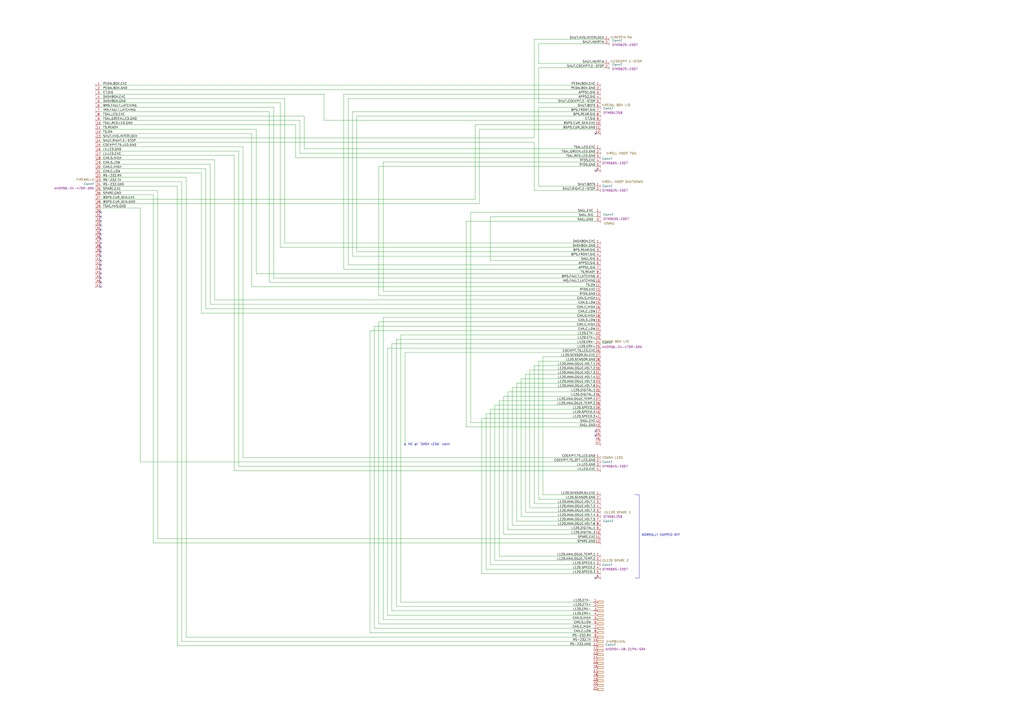
<source format=kicad_sch>
(kicad_sch (version 20231120) (generator "eeschema") (generator_version "8.0")
  (paper "A2")
  (title_block (title "LOOM - FRONT"))
  (lib_symbols
    (symbol "Connectors_SUFST:AMPHENOL-21P-Pannel"
      (property "Reference" "Conn" (at 0 -1.905 0))
      (property "P/N" "AHDP04-18-21PN-SRA" (at 0 0 0))
      (symbol "AMPHENOL-21P-Pannel_0_1"
        (polyline (pts (xy -0.635 -55.245) (xy 1.905 -55.245)))
        (polyline (pts (xy -0.635 -50.165) (xy 1.905 -50.165)))
        (polyline (pts (xy -0.635 -45.085) (xy 1.905 -45.085)))
        (polyline (pts (xy -0.635 -40.005) (xy 1.905 -40.005)))
        (polyline (pts (xy -0.635 -34.925) (xy 1.905 -34.925)))
        (polyline (pts (xy -0.635 -29.845) (xy 1.905 -29.845)))
        (polyline (pts (xy -0.635 -24.765) (xy 1.905 -24.765)))
        (polyline (pts (xy -0.635 -19.685) (xy 1.905 -19.685)))
        (polyline (pts (xy -0.635 -14.605) (xy 1.905 -14.605)))
        (polyline (pts (xy -0.635 -9.525) (xy 1.905 -9.525)))
        (polyline (pts (xy -0.635 -4.445) (xy 1.905 -4.445)))
      )
      (symbol "AMPHENOL-21P-Pannel_1_1"
        (rectangle (start -3.81 -54.61) (end -0.635 -55.88) (fill (type color) (color 255 229 191 1)))
        (rectangle (start -3.81 -52.07) (end -0.635 -53.34) (fill (type color) (color 255 229 191 1)))
        (rectangle (start -3.81 -49.53) (end -0.635 -50.8) (fill (type color) (color 255 229 191 1)))
        (rectangle (start -3.81 -46.99) (end -0.635 -48.26) (fill (type color) (color 255 229 191 1)))
        (rectangle (start -3.81 -44.45) (end -0.635 -45.72) (fill (type color) (color 255 229 191 1)))
        (rectangle (start -3.81 -41.91) (end -0.635 -43.18) (fill (type color) (color 255 229 191 1)))
        (rectangle (start -3.81 -39.37) (end -0.635 -40.64) (fill (type color) (color 255 229 191 1)))
        (rectangle (start -3.81 -36.83) (end -0.635 -38.1) (fill (type color) (color 255 229 191 1)))
        (rectangle (start -3.81 -34.29) (end -0.635 -35.56) (fill (type color) (color 255 229 191 1)))
        (rectangle (start -3.81 -31.75) (end -0.635 -33.02) (fill (type color) (color 255 229 191 1)))
        (rectangle (start -3.81 -29.21) (end -0.635 -30.48) (fill (type color) (color 255 229 191 1)))
        (rectangle (start -3.81 -26.67) (end -0.635 -27.94) (fill (type color) (color 255 229 191 1)))
        (rectangle (start -3.81 -24.13) (end -0.635 -25.4) (fill (type color) (color 255 229 191 1)))
        (rectangle (start -3.81 -21.59) (end -0.635 -22.86) (fill (type color) (color 255 229 191 1)))
        (rectangle (start -3.81 -19.05) (end -0.635 -20.32) (fill (type color) (color 255 229 191 1)))
        (rectangle (start -3.81 -16.51) (end -0.635 -17.78) (fill (type color) (color 255 229 191 1)))
        (rectangle (start -3.81 -13.97) (end -0.635 -15.24) (fill (type color) (color 255 229 191 1)))
        (rectangle (start -3.81 -11.43) (end -0.635 -12.7) (fill (type color) (color 255 229 191 1)))
        (rectangle (start -3.81 -8.89) (end -0.635 -10.16) (fill (type color) (color 255 229 191 1)))
        (rectangle (start -3.81 -6.35) (end -0.635 -7.62) (fill (type color) (color 255 229 191 1)))
        (rectangle (start -3.81 -3.81) (end -0.635 -5.08) (fill (type color) (color 255 229 191 1)))
        (pin input line (at 1.905 -4.445 180) (length 2.54) (name "") (number "1"))
        (pin input line (at 1.905 -27.305 180) (length 2.54) (name "") (number "10"))
        (pin input line (at 1.905 -29.845 180) (length 2.54) (name "") (number "11"))
        (pin input line (at 1.905 -32.385 180) (length 2.54) (name "") (number "12"))
        (pin input line (at 1.905 -34.925 180) (length 2.54) (name "") (number "13"))
        (pin input line (at 1.905 -37.465 180) (length 2.54) (name "") (number "14"))
        (pin input line (at 1.905 -40.005 180) (length 2.54) (name "") (number "15"))
        (pin input line (at 1.905 -42.545 180) (length 2.54) (name "") (number "16"))
        (pin input line (at 1.905 -45.085 180) (length 2.54) (name "") (number "17"))
        (pin input line (at 1.905 -47.625 180) (length 2.54) (name "") (number "18"))
        (pin input line (at 1.905 -50.165 180) (length 2.54) (name "") (number "19"))
        (pin input line (at 1.905 -6.985 180) (length 2.54) (name "") (number "2"))
        (pin input line (at 1.905 -52.705 180) (length 2.54) (name "") (number "20"))
        (pin input line (at 1.905 -55.245 180) (length 2.54) (name "") (number "21"))
        (pin input line (at 1.905 -9.525 180) (length 2.54) (name "") (number "3"))
        (pin input line (at 1.905 -12.065 180) (length 2.54) (name "") (number "4"))
        (pin input line (at 1.905 -14.605 180) (length 2.54) (name "") (number "5"))
        (pin input line (at 1.905 -17.145 180) (length 2.54) (name "") (number "6"))
        (pin input line (at 1.905 -19.685 180) (length 2.54) (name "") (number "7"))
        (pin input line (at 1.905 -22.225 180) (length 2.54) (name "") (number "8"))
        (pin input line (at 1.905 -24.765 180) (length 2.54) (name "") (number "9"))
      )
    )
    (symbol "Connectors_SUFST:AMPHENOL-47P-Recepticle"
      (property "Reference" "Conn" (at 0 0.635 0))
      (property "P/N" "AHDP06-24-47SR-SRA" (at 0 0 0))
      (symbol "AMPHENOL-47P-Recepticle_0_1"
        (arc (start -2.5368 -119.3807) (mid -1.9833 -118.7463) (end -2.5355 -118.1107))
        (arc (start -2.5368 -114.3007) (mid -1.9833 -113.6663) (end -2.5355 -113.0307))
        (arc (start -2.5368 -109.2207) (mid -1.9833 -108.5863) (end -2.5355 -107.9507))
        (arc (start -2.5368 -104.1407) (mid -1.9833 -103.5063) (end -2.5355 -102.8707))
        (arc (start -2.5368 -99.0607) (mid -1.9833 -98.4263) (end -2.5355 -97.7907))
        (arc (start -2.5368 -93.9807) (mid -1.9833 -93.3463) (end -2.5355 -92.7107))
        (arc (start -2.5368 -88.9007) (mid -1.9833 -88.2663) (end -2.5355 -87.6307))
        (arc (start -2.5368 -83.8207) (mid -1.9833 -83.1863) (end -2.5355 -82.5507))
        (arc (start -2.5368 -78.7407) (mid -1.9833 -78.1063) (end -2.5355 -77.4707))
        (arc (start -2.5368 -73.6607) (mid -1.9833 -73.0263) (end -2.5355 -72.3907))
        (arc (start -2.5368 -68.5807) (mid -1.9833 -67.9463) (end -2.5355 -67.3107))
        (arc (start -2.5368 -63.5007) (mid -1.9833 -62.8663) (end -2.5355 -62.2307))
        (arc (start -2.5368 -58.4207) (mid -1.9833 -57.7863) (end -2.5355 -57.1507))
        (arc (start -2.5368 -53.3407) (mid -1.9833 -52.7063) (end -2.5355 -52.0707))
        (arc (start -2.5368 -48.2607) (mid -1.9833 -47.6263) (end -2.5355 -46.9907))
        (arc (start -2.5368 -43.1807) (mid -1.9833 -42.5463) (end -2.5355 -41.9107))
        (arc (start -2.5368 -38.1007) (mid -1.9833 -37.4663) (end -2.5355 -36.8307))
        (arc (start -2.5368 -33.0207) (mid -1.9833 -32.3863) (end -2.5355 -31.7507))
        (arc (start -2.5368 -27.9407) (mid -1.9833 -27.3063) (end -2.5355 -26.6707))
        (arc (start -2.5368 -22.8607) (mid -1.9833 -22.2263) (end -2.5355 -21.5907))
        (arc (start -2.5368 -17.7807) (mid -1.9833 -17.1463) (end -2.5355 -16.5107))
        (arc (start -2.5368 -12.7007) (mid -1.9833 -12.0663) (end -2.5355 -11.4307))
        (arc (start -2.5368 -7.6207) (mid -1.9833 -6.9863) (end -2.5355 -6.3507))
        (arc (start -2.5368 -2.5407) (mid -1.9833 -1.9063) (end -2.5355 -1.2707))
        (arc (start -2.4524 -116.8401) (mid -1.8989 -116.2057) (end -2.4511 -115.5701))
        (arc (start -2.4524 -111.7601) (mid -1.8989 -111.1257) (end -2.4511 -110.4901))
        (arc (start -2.4524 -106.6801) (mid -1.8989 -106.0457) (end -2.4511 -105.4101))
        (arc (start -2.4524 -101.6001) (mid -1.8989 -100.9657) (end -2.4511 -100.3301))
        (arc (start -2.4524 -96.5201) (mid -1.8989 -95.8857) (end -2.4511 -95.2501))
        (arc (start -2.4524 -91.4401) (mid -1.8989 -90.8057) (end -2.4511 -90.1701))
        (arc (start -2.4524 -86.3601) (mid -1.8989 -85.7257) (end -2.4511 -85.0901))
        (arc (start -2.4524 -81.2801) (mid -1.8989 -80.6457) (end -2.4511 -80.0101))
        (arc (start -2.4524 -76.2001) (mid -1.8989 -75.5657) (end -2.4511 -74.9301))
        (arc (start -2.4524 -71.1201) (mid -1.8989 -70.4857) (end -2.4511 -69.8501))
        (arc (start -2.4524 -66.0401) (mid -1.8989 -65.4057) (end -2.4511 -64.7701))
        (arc (start -2.4524 -60.9601) (mid -1.8989 -60.3257) (end -2.4511 -59.6901))
        (arc (start -2.4524 -55.8801) (mid -1.8989 -55.2457) (end -2.4511 -54.6101))
        (arc (start -2.4524 -50.8001) (mid -1.8989 -50.1657) (end -2.4511 -49.5301))
        (arc (start -2.4524 -45.7201) (mid -1.8989 -45.0857) (end -2.4511 -44.4501))
        (arc (start -2.4524 -40.6401) (mid -1.8989 -40.0057) (end -2.4511 -39.3701))
        (arc (start -2.4524 -35.5601) (mid -1.8989 -34.9257) (end -2.4511 -34.2901))
        (arc (start -2.4524 -30.4801) (mid -1.8989 -29.8457) (end -2.4511 -29.2101))
        (arc (start -2.4524 -25.4001) (mid -1.8989 -24.7657) (end -2.4511 -24.1301))
        (arc (start -2.4524 -20.3201) (mid -1.8989 -19.6857) (end -2.4511 -19.0501))
        (arc (start -2.4524 -15.2401) (mid -1.8989 -14.6057) (end -2.4511 -13.9701))
        (arc (start -2.4524 -10.1601) (mid -1.8989 -9.5257) (end -2.4511 -8.8901))
        (arc (start -2.4524 -5.0801) (mid -1.8989 -4.4457) (end -2.4511 -3.8101))
      )
      (symbol "AMPHENOL-47P-Recepticle_1_1"
        (pin input line (at 0.635 -1.905 180) (length 2.54) (name "") (number "1"))
        (pin input line (at 0.635 -24.765 180) (length 2.54) (name "") (number "10"))
        (pin input line (at 0.635 -27.305 180) (length 2.54) (name "") (number "11"))
        (pin input line (at 0.635 -29.845 180) (length 2.54) (name "") (number "12"))
        (pin input line (at 0.635 -32.385 180) (length 2.54) (name "") (number "13"))
        (pin input line (at 0.635 -34.925 180) (length 2.54) (name "") (number "14"))
        (pin input line (at 0.635 -37.465 180) (length 2.54) (name "") (number "15"))
        (pin input line (at 0.635 -40.005 180) (length 2.54) (name "") (number "16"))
        (pin input line (at 0.635 -42.545 180) (length 2.54) (name "") (number "17"))
        (pin input line (at 0.635 -45.085 180) (length 2.54) (name "") (number "18"))
        (pin input line (at 0.635 -47.625 180) (length 2.54) (name "") (number "19"))
        (pin input line (at 0.635 -4.445 180) (length 2.54) (name "") (number "2"))
        (pin input line (at 0.635 -50.165 180) (length 2.54) (name "") (number "20"))
        (pin input line (at 0.635 -52.705 180) (length 2.54) (name "") (number "21"))
        (pin input line (at 0.635 -55.245 180) (length 2.54) (name "") (number "22"))
        (pin input line (at 0.635 -57.785 180) (length 2.54) (name "") (number "23"))
        (pin input line (at 0.635 -60.325 180) (length 2.54) (name "") (number "24"))
        (pin input line (at 0.635 -62.865 180) (length 2.54) (name "") (number "25"))
        (pin input line (at 0.635 -65.405 180) (length 2.54) (name "") (number "26"))
        (pin input line (at 0.635 -67.945 180) (length 2.54) (name "") (number "27"))
        (pin input line (at 0.635 -70.485 180) (length 2.54) (name "") (number "28"))
        (pin input line (at 0.635 -73.025 180) (length 2.54) (name "") (number "29"))
        (pin input line (at 0.635 -6.985 180) (length 2.54) (name "") (number "3"))
        (pin input line (at 0.635 -75.565 180) (length 2.54) (name "") (number "30"))
        (pin input line (at 0.635 -78.105 180) (length 2.54) (name "") (number "31"))
        (pin input line (at 0.635 -80.645 180) (length 2.54) (name "") (number "32"))
        (pin input line (at 0.635 -83.185 180) (length 2.54) (name "") (number "33"))
        (pin input line (at 0.635 -85.725 180) (length 2.54) (name "") (number "34"))
        (pin input line (at 0.635 -88.265 180) (length 2.54) (name "") (number "35"))
        (pin input line (at 0.635 -90.805 180) (length 2.54) (name "") (number "36"))
        (pin input line (at 0.635 -93.345 180) (length 2.54) (name "") (number "37"))
        (pin input line (at 0.635 -95.885 180) (length 2.54) (name "") (number "38"))
        (pin input line (at 0.635 -98.425 180) (length 2.54) (name "") (number "39"))
        (pin input line (at 0.635 -9.525 180) (length 2.54) (name "") (number "4"))
        (pin input line (at 0.635 -100.965 180) (length 2.54) (name "") (number "40"))
        (pin input line (at 0.635 -103.505 180) (length 2.54) (name "") (number "41"))
        (pin input line (at 0.635 -106.045 180) (length 2.54) (name "") (number "42"))
        (pin input line (at 0.635 -108.585 180) (length 2.54) (name "") (number "43"))
        (pin input line (at 0.635 -111.125 180) (length 2.54) (name "") (number "44"))
        (pin input line (at 0.635 -113.665 180) (length 2.54) (name "") (number "45"))
        (pin input line (at 0.635 -116.205 180) (length 2.54) (name "") (number "46"))
        (pin input line (at 0.635 -118.745 180) (length 2.54) (name "") (number "47"))
        (pin input line (at 0.635 -12.065 180) (length 2.54) (name "") (number "5"))
        (pin input line (at 0.635 -14.605 180) (length 2.54) (name "") (number "6"))
        (pin input line (at 0.635 -17.145 180) (length 2.54) (name "") (number "7"))
        (pin input line (at 0.635 -19.685 180) (length 2.54) (name "") (number "8"))
        (pin input line (at 0.635 -22.225 180) (length 2.54) (name "") (number "9"))
      )
    )
    (symbol "Connectors_SUFST:Deutsch_DTM_12S_Pin"
      (property "Reference" "Conn" (at 0 0.635 0))
      (property "P/N" "DTM0612SB" (at 0 0 0))
      (symbol "Deutsch_DTM_12S_Pin_0_1"
        (arc (start -2.5368 -27.9407) (mid -1.9833 -27.3063) (end -2.5355 -26.6707))
        (arc (start -2.5368 -22.8607) (mid -1.9833 -22.2263) (end -2.5355 -21.5907))
        (arc (start -2.5368 -17.7807) (mid -1.9833 -17.1463) (end -2.5355 -16.5107))
        (arc (start -2.5368 -12.7007) (mid -1.9833 -12.0663) (end -2.5355 -11.4307))
        (arc (start -2.5368 -7.6207) (mid -1.9833 -6.9863) (end -2.5355 -6.3507))
        (arc (start -2.5368 -2.5407) (mid -1.9833 -1.9063) (end -2.5355 -1.2707))
        (arc (start -2.4524 -30.4801) (mid -1.8989 -29.8457) (end -2.4511 -29.2101))
        (arc (start -2.4524 -25.4001) (mid -1.8989 -24.7657) (end -2.4511 -24.1301))
        (arc (start -2.4524 -20.3201) (mid -1.8989 -19.6857) (end -2.4511 -19.0501))
        (arc (start -2.4524 -15.2401) (mid -1.8989 -14.6057) (end -2.4511 -13.9701))
        (arc (start -2.4524 -10.1601) (mid -1.8989 -9.5257) (end -2.4511 -8.8901))
        (arc (start -2.4524 -5.0801) (mid -1.8989 -4.4457) (end -2.4511 -3.8101))
      )
      (symbol "Deutsch_DTM_12S_Pin_1_1"
        (pin input line (at 0.635 -29.845 180) (length 2.54) (name "") (number "1"))
        (pin input line (at 0.635 -6.985 180) (length 2.54) (name "") (number "10"))
        (pin input line (at 0.635 -4.445 180) (length 2.54) (name "") (number "11"))
        (pin input line (at 0.635 -1.905 180) (length 2.54) (name "") (number "12"))
        (pin input line (at 0.635 -27.305 180) (length 2.54) (name "") (number "2"))
        (pin input line (at 0.635 -24.765 180) (length 2.54) (name "") (number "3"))
        (pin input line (at 0.635 -22.225 180) (length 2.54) (name "") (number "4"))
        (pin input line (at 0.635 -19.685 180) (length 2.54) (name "") (number "5"))
        (pin input line (at 0.635 -17.145 180) (length 2.54) (name "") (number "6"))
        (pin input line (at 0.635 -14.605 180) (length 2.54) (name "") (number "7"))
        (pin input line (at 0.635 -12.065 180) (length 2.54) (name "") (number "8"))
        (pin input line (at 0.635 -9.525 180) (length 2.54) (name "") (number "9"))
      )
    )
    (symbol "Connectors_SUFST:Deutsch_DTM_2S_Pin"
      (property "Reference" "Conn" (at 0 0.635 0))
      (property "P/N" "DTM062S-E007" (at 0 0 0))
      (symbol "Deutsch_DTM_2S_Pin_0_1"
        (arc (start -2.5368 -2.5407) (mid -1.9833 -1.9063) (end -2.5355 -1.2707))
        (arc (start -2.4524 -5.0801) (mid -1.8989 -4.4457) (end -2.4511 -3.8101))
      )
      (symbol "Deutsch_DTM_2S_Pin_1_1"
        (pin input line (at 0.635 -4.445 180) (length 2.54) (name "") (number "1"))
        (pin input line (at 0.635 -1.905 180) (length 2.54) (name "") (number "2"))
      )
    )
    (symbol "Connectors_SUFST:Deutsch_DTM_3S_Pin"
      (property "Reference" "Conn" (at 0 0.635 0))
      (property "P/N" "DTM063S-E007" (at 0 0 0))
      (symbol "Deutsch_DTM_3S_Pin_0_1"
        (arc (start -2.5368 -2.5407) (mid -1.9833 -1.9063) (end -2.5355 -1.2707))
        (arc (start -2.4524 -7.6201) (mid -1.8989 -6.9857) (end -2.4511 -6.3501))
        (arc (start -2.4524 -5.0801) (mid -1.8989 -4.4457) (end -2.4511 -3.8101))
      )
      (symbol "Deutsch_DTM_3S_Pin_1_1"
        (pin input line (at 0.635 -6.985 180) (length 2.54) (name "") (number "1"))
        (pin input line (at 0.635 -4.445 180) (length 2.54) (name "") (number "2"))
        (pin input line (at 0.635 -1.905 180) (length 2.54) (name "") (number "3"))
      )
    )
    (symbol "Connectors_SUFST:Deutsch_DTM_4S_Pin"
      (property "Reference" "Conn" (at 0 0.635 0))
      (property "P/N" "DTM064S-E007" (at 0 0 0))
      (symbol "Deutsch_DTM_4S_Pin_0_1"
        (arc (start -2.5368 -7.6207) (mid -1.9833 -6.9863) (end -2.5355 -6.3507))
        (arc (start -2.5368 -2.5407) (mid -1.9833 -1.9063) (end -2.5355 -1.2707))
        (arc (start -2.4524 -10.1601) (mid -1.8989 -9.5257) (end -2.4511 -8.8901))
        (arc (start -2.4524 -5.0801) (mid -1.8989 -4.4457) (end -2.4511 -3.8101))
      )
      (symbol "Deutsch_DTM_4S_Pin_1_1"
        (pin input line (at 0.635 -9.525 180) (length 2.54) (name "") (number "1"))
        (pin input line (at 0.635 -6.985 180) (length 2.54) (name "") (number "2"))
        (pin input line (at 0.635 -4.445 180) (length 2.54) (name "") (number "3"))
        (pin input line (at 0.635 -1.905 180) (length 2.54) (name "") (number "4"))
      )
    )
    (symbol "Connectors_SUFST:Deutsch_DTM_6S_Pin"
      (property "Reference" "Conn" (at 0 0.635 0))
      (property "P/N" "DTM066S-E007" (at 0 0 0))
      (symbol "Deutsch_DTM_6S_Pin_0_1"
        (arc (start -2.5368 -12.7007) (mid -1.9833 -12.0663) (end -2.5355 -11.4307))
        (arc (start -2.5368 -7.6207) (mid -1.9833 -6.9863) (end -2.5355 -6.3507))
        (arc (start -2.5368 -2.5407) (mid -1.9833 -1.9063) (end -2.5355 -1.2707))
        (arc (start -2.4524 -15.2401) (mid -1.8989 -14.6057) (end -2.4511 -13.9701))
        (arc (start -2.4524 -10.1601) (mid -1.8989 -9.5257) (end -2.4511 -8.8901))
        (arc (start -2.4524 -5.0801) (mid -1.8989 -4.4457) (end -2.4511 -3.8101))
      )
      (symbol "Deutsch_DTM_6S_Pin_1_1"
        (pin input line (at 0.635 -14.605 180) (length 2.54) (name "") (number "1"))
        (pin input line (at 0.635 -12.065 180) (length 2.54) (name "") (number "2"))
        (pin input line (at 0.635 -9.525 180) (length 2.54) (name "") (number "3"))
        (pin input line (at 0.635 -6.985 180) (length 2.54) (name "") (number "4"))
        (pin input line (at 0.635 -4.445 180) (length 2.54) (name "") (number "5"))
        (pin input line (at 0.635 -1.905 180) (length 2.54) (name "") (number "6"))
      )
    )
  )
  (no_connect (at 58.42 130.81))
  (no_connect (at 345.44 252.73))
  (no_connect (at 58.42 125.73))
  (no_connect (at 58.42 161.29))
  (no_connect (at 58.42 166.37))
  (no_connect (at 58.42 123.19))
  (no_connect (at 58.42 133.35))
  (no_connect (at 58.42 158.75))
  (no_connect (at 58.42 151.13))
  (no_connect (at 345.44 99.06))
  (no_connect (at 58.42 163.83))
  (no_connect (at 58.42 146.05))
  (no_connect (at 345.44 250.19))
  (no_connect (at 58.42 153.67))
  (no_connect (at 234.95 257.81))
  (no_connect (at 58.42 148.59))
  (no_connect (at 58.42 143.51))
  (no_connect (at 345.44 335.28))
  (no_connect (at 58.42 128.27))
  (no_connect (at 58.42 140.97))
  (no_connect (at 58.42 135.89))
  (no_connect (at 58.42 138.43))
  (no_connect (at 345.44 77.47))
  (no_connect (at 58.42 156.21))
  (polyline (pts (xy 370.84 287.02) (xy 370.84 335.28)))
  (wire (pts (xy 345.44 299.72) (xy 302.26 299.72)))
  (wire (pts (xy 91.44 312.42) (xy 345.44 312.42)))
  (wire (pts (xy 299.72 302.26) (xy 345.44 302.26)))
  (wire (pts (xy 102.87 107.95) (xy 102.87 374.65)))
  (wire (pts (xy 58.42 95.25) (xy 121.92 95.25)))
  (wire (pts (xy 88.9 314.96) (xy 88.9 113.03)))
  (wire (pts (xy 201.93 57.15) (xy 345.44 57.15)))
  (wire (pts (xy 81.28 120.65) (xy 58.42 120.65)))
  (wire (pts (xy 345.44 196.85) (xy 229.87 196.85)))
  (wire (pts (xy 207.01 146.05) (xy 345.44 146.05)))
  (wire (pts (xy 58.42 92.71) (xy 124.46 92.71)))
  (wire (pts (xy 345.44 304.8) (xy 297.18 304.8)))
  (wire (pts (xy 345.44 168.91) (xy 222.25 168.91)))
  (wire (pts (xy 232.41 349.25) (xy 344.17 349.25)))
  (wire (pts (xy 58.42 85.09) (xy 140.97 85.09)))
  (wire (pts (xy 58.42 57.15) (xy 165.1 57.15)))
  (wire (pts (xy 224.79 201.93) (xy 345.44 201.93)))
  (wire (pts (xy 158.75 161.29) (xy 345.44 161.29)))
  (wire (pts (xy 187.96 54.61) (xy 187.96 69.85)))
  (wire (pts (xy 158.75 62.23) (xy 158.75 161.29)))
  (wire (pts (xy 345.44 110.49) (xy 309.88 110.49)))
  (wire (pts (xy 58.42 52.07) (xy 345.44 52.07)))
  (wire (pts (xy 345.44 143.51) (xy 162.56 143.51)))
  (wire (pts (xy 309.88 212.09) (xy 309.88 292.1)))
  (wire (pts (xy 345.44 96.52) (xy 219.71 96.52)))
  (wire (pts (xy 350.52 39.37) (xy 312.42 39.37)))
  (wire (pts (xy 309.88 292.1) (xy 345.44 292.1)))
  (wire (pts (xy 107.95 102.87) (xy 107.95 369.57)))
  (wire (pts (xy 58.42 72.39) (xy 171.45 72.39)))
  (wire (pts (xy 138.43 87.63) (xy 138.43 270.51)))
  (wire (pts (xy 224.79 356.87) (xy 224.79 201.93)))
  (wire (pts (xy 58.42 54.61) (xy 187.96 54.61)))
  (wire (pts (xy 227.33 354.33) (xy 344.17 354.33)))
  (wire (pts (xy 275.59 115.57) (xy 275.59 72.39)))
  (wire (pts (xy 314.96 287.02) (xy 345.44 287.02)))
  (wire (pts (xy 345.44 245.11) (xy 273.05 245.11)))
  (wire (pts (xy 281.94 240.03) (xy 281.94 330.2)))
  (wire (pts (xy 135.89 273.05) (xy 345.44 273.05)))
  (wire (pts (xy 107.95 369.57) (xy 344.17 369.57)))
  (wire (pts (xy 58.42 100.33) (xy 116.84 100.33)))
  (wire (pts (xy 297.18 224.79) (xy 345.44 224.79)))
  (wire (pts (xy 58.42 77.47) (xy 146.05 77.47)))
  (wire (pts (xy 299.72 222.25) (xy 299.72 302.26)))
  (wire (pts (xy 345.44 212.09) (xy 309.88 212.09)))
  (wire (pts (xy 312.42 25.4) (xy 312.42 36.83)))
  (wire (pts (xy 345.44 289.56) (xy 312.42 289.56)))
  (wire (pts (xy 58.42 80.01) (xy 309.88 80.01)))
  (wire (pts (xy 156.21 163.83) (xy 156.21 64.77)))
  (wire (pts (xy 146.05 166.37) (xy 345.44 166.37)))
  (wire (pts (xy 119.38 97.79) (xy 119.38 179.07)))
  (wire (pts (xy 289.56 322.58) (xy 289.56 232.41)))
  (wire (pts (xy 345.44 204.47) (xy 234.95 204.47)))
  (wire (pts (xy 345.44 267.97) (xy 81.28 267.97)))
  (wire (pts (xy 58.42 105.41) (xy 105.41 105.41)))
  (wire (pts (xy 116.84 181.61) (xy 345.44 181.61)))
  (wire (pts (xy 345.44 148.59) (xy 204.47 148.59)))
  (wire (pts (xy 344.17 367.03) (xy 214.63 367.03)))
  (wire (pts (xy 287.02 234.95) (xy 287.02 325.12)))
  (wire (pts (xy 58.42 62.23) (xy 158.75 62.23)))
  (wire (pts (xy 217.17 189.23) (xy 217.17 364.49)))
  (wire (pts (xy 345.44 240.03) (xy 281.94 240.03)))
  (wire (pts (xy 58.42 102.87) (xy 107.95 102.87)))
  (wire (pts (xy 279.4 332.74) (xy 279.4 242.57)))
  (wire (pts (xy 234.95 204.47) (xy 234.95 257.81)))
  (wire (pts (xy 148.59 74.93) (xy 148.59 158.75)))
  (wire (pts (xy 345.44 309.88) (xy 292.1 309.88)))
  (wire (pts (xy 345.44 314.96) (xy 88.9 314.96)))
  (wire (pts (xy 292.1 229.87) (xy 345.44 229.87)))
  (wire (pts (xy 124.46 92.71) (xy 124.46 173.99)))
  (wire (pts (xy 199.39 156.21) (xy 345.44 156.21)))
  (wire (pts (xy 345.44 153.67) (xy 201.93 153.67)))
  (wire (pts (xy 232.41 349.25) (xy 232.41 194.31)))
  (wire (pts (xy 165.1 140.97) (xy 345.44 140.97)))
  (wire (pts (xy 58.42 82.55) (xy 309.88 82.55)))
  (wire (pts (xy 116.84 181.61) (xy 116.84 100.33)))
  (wire (pts (xy 345.44 227.33) (xy 294.64 227.33)))
  (wire (pts (xy 222.25 93.98) (xy 222.25 168.91)))
  (wire (pts (xy 58.42 59.69) (xy 162.56 59.69)))
  (wire (pts (xy 345.44 294.64) (xy 307.34 294.64)))
  (wire (pts (xy 121.92 176.53) (xy 121.92 95.25)))
  (wire (pts (xy 227.33 354.33) (xy 227.33 199.39)))
  (wire (pts (xy 312.42 107.95) (xy 345.44 107.95)))
  (wire (pts (xy 81.28 267.97) (xy 81.28 120.65)))
  (wire (pts (xy 292.1 309.88) (xy 292.1 229.87)))
  (wire (pts (xy 312.42 36.83) (xy 350.52 36.83)))
  (wire (pts (xy 58.42 97.79) (xy 119.38 97.79)))
  (wire (pts (xy 307.34 214.63) (xy 345.44 214.63)))
  (wire (pts (xy 289.56 232.41) (xy 345.44 232.41)))
  (wire (pts (xy 345.44 332.74) (xy 279.4 332.74)))
  (wire (pts (xy 171.45 72.39) (xy 171.45 91.44)))
  (wire (pts (xy 284.48 151.13) (xy 345.44 151.13)))
  (wire (pts (xy 281.94 330.2) (xy 345.44 330.2)))
  (wire (pts (xy 275.59 72.39) (xy 345.44 72.39)))
  (wire (pts (xy 345.44 322.58) (xy 289.56 322.58)))
  (wire (pts (xy 302.26 299.72) (xy 302.26 219.71)))
  (wire (pts (xy 58.42 67.31) (xy 176.53 67.31)))
  (wire (pts (xy 204.47 148.59) (xy 204.47 64.77)))
  (wire (pts (xy 345.44 222.25) (xy 299.72 222.25)))
  (wire (pts (xy 58.42 49.53) (xy 345.44 49.53)))
  (wire (pts (xy 58.42 107.95) (xy 102.87 107.95)))
  (wire (pts (xy 284.48 237.49) (xy 345.44 237.49)))
  (wire (pts (xy 214.63 191.77) (xy 214.63 367.03)))
  (wire (pts (xy 309.88 110.49) (xy 309.88 82.55)))
  (wire (pts (xy 345.44 327.66) (xy 284.48 327.66)))
  (wire (pts (xy 135.89 90.17) (xy 135.89 273.05)))
  (wire (pts (xy 176.53 67.31) (xy 176.53 86.36)))
  (wire (pts (xy 102.87 374.65) (xy 344.17 374.65)))
  (wire (pts (xy 304.8 297.18) (xy 345.44 297.18)))
  (wire (pts (xy 224.79 356.87) (xy 344.17 356.87)))
  (wire (pts (xy 344.17 361.95) (xy 219.71 361.95)))
  (wire (pts (xy 345.44 125.73) (xy 284.48 125.73)))
  (wire (pts (xy 222.25 184.15) (xy 222.25 359.41)))
  (wire (pts (xy 232.41 194.31) (xy 345.44 194.31)))
  (wire (pts (xy 217.17 364.49) (xy 344.17 364.49)))
  (wire (pts (xy 304.8 217.17) (xy 304.8 297.18)))
  (wire (pts (xy 345.44 74.93) (xy 278.13 74.93)))
  (wire (pts (xy 270.51 128.27) (xy 345.44 128.27)))
  (wire (pts (xy 294.64 307.34) (xy 345.44 307.34)))
  (wire (pts (xy 312.42 39.37) (xy 312.42 59.69)))
  (wire (pts (xy 287.02 325.12) (xy 345.44 325.12)))
  (wire (pts (xy 345.44 163.83) (xy 156.21 163.83)))
  (wire (pts (xy 91.44 110.49) (xy 91.44 312.42)))
  (wire (pts (xy 105.41 372.11) (xy 344.17 372.11)))
  (wire (pts (xy 204.47 64.77) (xy 345.44 64.77)))
  (wire (pts (xy 171.45 91.44) (xy 345.44 91.44)))
  (wire (pts (xy 219.71 171.45) (xy 345.44 171.45)))
  (wire (pts (xy 270.51 128.27) (xy 270.51 247.65)))
  (wire (pts (xy 58.42 69.85) (xy 173.99 69.85)))
  (wire (pts (xy 345.44 217.17) (xy 304.8 217.17)))
  (wire (pts (xy 146.05 77.47) (xy 146.05 166.37)))
  (wire (pts (xy 278.13 74.93) (xy 278.13 118.11)))
  (wire (pts (xy 273.05 245.11) (xy 273.05 123.19)))
  (wire (pts (xy 58.42 64.77) (xy 156.21 64.77)))
  (wire (pts (xy 350.52 25.4) (xy 312.42 25.4)))
  (wire (pts (xy 222.25 93.98) (xy 345.44 93.98)))
  (polyline (pts (xy 370.84 335.28) (xy 368.3 335.28)))
  (wire (pts (xy 176.53 86.36) (xy 345.44 86.36)))
  (wire (pts (xy 307.34 294.64) (xy 307.34 214.63)))
  (wire (pts (xy 279.4 242.57) (xy 345.44 242.57)))
  (wire (pts (xy 219.71 186.69) (xy 219.71 361.95)))
  (wire (pts (xy 229.87 196.85) (xy 229.87 351.79)))
  (wire (pts (xy 199.39 54.61) (xy 199.39 156.21)))
  (wire (pts (xy 58.42 74.93) (xy 148.59 74.93)))
  (wire (pts (xy 312.42 59.69) (xy 345.44 59.69)))
  (wire (pts (xy 314.96 207.01) (xy 314.96 287.02)))
  (wire (pts (xy 345.44 62.23) (xy 312.42 62.23)))
  (wire (pts (xy 344.17 359.41) (xy 222.25 359.41)))
  (wire (pts (xy 284.48 327.66) (xy 284.48 237.49)))
  (wire (pts (xy 119.38 179.07) (xy 345.44 179.07)))
  (wire (pts (xy 345.44 189.23) (xy 217.17 189.23)))
  (wire (pts (xy 165.1 57.15) (xy 165.1 140.97)))
  (wire (pts (xy 345.44 88.9) (xy 173.99 88.9)))
  (wire (pts (xy 345.44 54.61) (xy 199.39 54.61)))
  (wire (pts (xy 278.13 118.11) (xy 58.42 118.11)))
  (wire (pts (xy 312.42 62.23) (xy 312.42 107.95)))
  (wire (pts (xy 312.42 209.55) (xy 345.44 209.55)))
  (wire (pts (xy 219.71 96.52) (xy 219.71 171.45)))
  (wire (pts (xy 284.48 125.73) (xy 284.48 151.13)))
  (wire (pts (xy 173.99 88.9) (xy 173.99 69.85)))
  (wire (pts (xy 229.87 351.79) (xy 344.17 351.79)))
  (wire (pts (xy 227.33 199.39) (xy 345.44 199.39)))
  (wire (pts (xy 345.44 207.01) (xy 314.96 207.01)))
  (wire (pts (xy 140.97 85.09) (xy 140.97 265.43)))
  (wire (pts (xy 58.42 115.57) (xy 275.59 115.57)))
  (wire (pts (xy 148.59 158.75) (xy 345.44 158.75)))
  (wire (pts (xy 187.96 69.85) (xy 345.44 69.85)))
  (wire (pts (xy 58.42 87.63) (xy 138.43 87.63)))
  (wire (pts (xy 207.01 67.31) (xy 207.01 146.05)))
  (wire (pts (xy 58.42 110.49) (xy 91.44 110.49)))
  (wire (pts (xy 297.18 304.8) (xy 297.18 224.79)))
  (wire (pts (xy 345.44 191.77) (xy 214.63 191.77)))
  (wire (pts (xy 273.05 123.19) (xy 345.44 123.19)))
  (wire (pts (xy 302.26 219.71) (xy 345.44 219.71)))
  (wire (pts (xy 140.97 265.43) (xy 345.44 265.43)))
  (wire (pts (xy 124.46 173.99) (xy 345.44 173.99)))
  (wire (pts (xy 105.41 105.41) (xy 105.41 372.11)))
  (wire (pts (xy 162.56 59.69) (xy 162.56 143.51)))
  (wire (pts (xy 345.44 184.15) (xy 222.25 184.15)))
  (wire (pts (xy 345.44 234.95) (xy 287.02 234.95)))
  (wire (pts (xy 345.44 67.31) (xy 207.01 67.31)))
  (wire (pts (xy 121.92 176.53) (xy 345.44 176.53)))
  (wire (pts (xy 312.42 289.56) (xy 312.42 209.55)))
  (wire (pts (xy 309.88 22.86) (xy 350.52 22.86)))
  (wire (pts (xy 58.42 90.17) (xy 135.89 90.17)))
  (wire (pts (xy 88.9 113.03) (xy 58.42 113.03)))
  (wire (pts (xy 309.88 80.01) (xy 309.88 22.86)))
  (wire (pts (xy 270.51 247.65) (xy 345.44 247.65)))
  (wire (pts (xy 138.43 270.51) (xy 345.44 270.51)))
  (wire (pts (xy 294.64 227.33) (xy 294.64 307.34)))
  (wire (pts (xy 345.44 186.69) (xy 219.71 186.69)))
  (polyline (pts (xy 368.3 287.02) (xy 370.84 287.02)))
  (wire (pts (xy 201.93 153.67) (xy 201.93 57.15)))
  (text "NORMALLY CAPPED OFF" (at 372.11 311.15 0) (effects (font (size 1.27 1.27)) (justify left bottom)))
  (text "NC at \"DASH LEDs\" conn" (at 248.92 257.81 0) (effects (font (size 1.27 1.27))))
  (label "DASHBOX.GND" (at 59.69 59.69 0))
  (label "PEDALBOX.GND" (at 59.69 52.07 0))
  (label "TSAL.RED.LED.GND" (at 345.44 91.44 180))
  (label "CAN.S.HIGH" (at 345.44 173.99 180))
  (label "L120.SPEED.3" (at 345.44 242.57 180))
  (label "TS.READY" (at 345.44 158.75 180))
  (label "SAGL.EXC" (at 344.17 123.19 180))
  (label "RS-232.TX" (at 59.69 105.41 0))
  (label "RS-232.GND" (at 59.69 107.95 0))
  (label "CAN.S.HIGH" (at 59.69 92.71 0))
  (label "APPS2.SIG" (at 345.44 153.67 180))
  (label "COCKPIT.TS.LED.EXC" (at 345.44 204.47 180))
  (label "LV.LED.GND" (at 345.44 270.51 180))
  (label "L120.ANALOGUE.VOLT.2" (at 345.44 294.64 180))
  (label "L120.ANALOGUE.TEMP.1" (at 345.44 232.41 180))
  (label "LV.LED.EXC" (at 345.44 273.05 180))
  (label "L120.ANALOGUE.VOLT.5" (at 345.44 222.25 180))
  (label "L120.ANALOGUE.VOLT.3" (at 345.44 297.18 180))
  (label "CAN.C.LOW" (at 342.9 367.03 180))
  (label "PEDALBOX.EXC" (at 59.69 49.53 0))
  (label "CT.SIG" (at 59.69 54.61 0))
  (label "L120.DIGITAL.1" (at 345.44 307.34 180))
  (label "L120.ETX+" (at 345.44 196.85 180))
  (label "SHUT.COCKPIT.E-STOP" (at 350.52 39.37 180))
  (label "DASHBOX.EXC" (at 59.69 57.15 0))
  (label "SPARE.GND" (at 59.69 113.03 0))
  (label "CAN.S.HIGH" (at 342.9 359.41 180))
  (label "DASHBOX.GND" (at 345.44 143.51 180))
  (label "L120.ERX+" (at 345.44 201.93 180))
  (label "L120.ANALOGUE.VOLT.4" (at 345.44 299.72 180))
  (label "BPS.FRONT.SIG" (at 345.44 148.59 180))
  (label "BSPD.CUR_SEN.GND" (at 345.44 74.93 180))
  (label "CAN.S.LOW" (at 345.44 186.69 180))
  (label "TS.ON" (at 59.69 77.47 0))
  (label "CAN.C.HIGH" (at 345.44 189.23 180))
  (label "SHUT.HVD.INTERLOCK" (at 59.69 80.01 0))
  (label "TSAC.HVS.GND" (at 59.69 120.65 0))
  (label "L120.SPEED.2" (at 345.44 240.03 180))
  (label "TSAL.LED.EXC" (at 345.44 86.36 180))
  (label "RTDS.GND" (at 345.44 96.52 180))
  (label "L120.ANALOGUE.VOLT.1" (at 345.44 212.09 180))
  (label "L120.ANALOGUE.TEMP.2" (at 345.44 234.95 180))
  (label "COCKPIT.TS.LED.GND" (at 345.44 265.43 180))
  (label "L120.ETX+" (at 342.9 351.79 180))
  (label "RS-232.TX" (at 342.9 372.11 180))
  (label "BSPD.CUR_SEN.EXC" (at 345.44 72.39 180))
  (label "L120.ANALOGUE.TEMP.1" (at 345.44 322.58 180))
  (label "L120.ERX+" (at 342.9 356.87 180))
  (label "L120.ANALOGUE.VOLT.6" (at 345.44 224.79 180))
  (label "CAN.C.HIGH" (at 342.9 364.49 180))
  (label "L120.SPEED.3" (at 345.44 332.74 180))
  (label "L120.ANALOGUE.VOLT.4" (at 345.44 219.71 180))
  (label "CAN.C.LOW" (at 345.44 191.77 180))
  (label "RS-232.GND" (at 342.9 374.65 180))
  (label "CAN.S.LOW" (at 342.9 361.95 180))
  (label "SAGL.SIG" (at 345.44 151.13 180))
  (label "BPS.REAR.SIG" (at 345.44 67.31 180))
  (label "L120.ETX-" (at 345.44 194.31 180))
  (label "CAN.S.LOW" (at 59.69 95.25 0))
  (label "L120.ANALOGUE.VOLT.2" (at 345.44 214.63 180))
  (label "L120.ANALOGUE.VOLT.3" (at 345.44 217.17 180))
  (label "L120.ANALOGUE.VOLT.1" (at 345.44 292.1 180))
  (label "L120.ETX-" (at 342.9 349.25 180))
  (label "SAGL.GND" (at 345.44 247.65 180))
  (label "SHUT.BOTS" (at 345.44 107.95 180))
  (label "L120.ANALOGUE.TEMP.2" (at 345.44 325.12 180))
  (label "L120.SENSOR.GND" (at 345.44 289.56 180))
  (label "IMD.FAULT.LATCHING" (at 345.44 163.83 180))
  (label "RTDS.EXC" (at 345.44 168.91 180))
  (label "LV.LED.EXC" (at 59.69 90.17 0))
  (label "TSAL.GREEN.LED.GND" (at 345.44 88.9 180))
  (label "L120.ERX-" (at 345.44 199.39 180))
  (label "SPARE.EXC" (at 345.44 312.42 180))
  (label "L120.ANALOGUE.VOLT.6" (at 345.44 304.8 180))
  (label "RS-232.RX" (at 59.69 102.87 0))
  (label "BMS.FAULT.LATCHING" (at 59.69 62.23 0))
  (label "L120.SPEED.2" (at 345.44 330.2 180))
  (label "SAGL.GND" (at 344.17 128.27 180))
  (label "COCKPIT.TS.LED.GND" (at 59.69 85.09 0))
  (label "IMD.FAULT.LATCHING" (at 59.69 64.77 0))
  (label "L120.SENSOR.GND" (at 345.44 209.55 180))
  (label "CAN.C.HIGH" (at 345.44 179.07 180))
  (label "BPS.FRONT.SIG" (at 345.44 64.77 180))
  (label "SHUT.INERTIA" (at 350.52 25.4 180))
  (label "L120.SPEED.1" (at 345.44 237.49 180))
  (label "RS-232.RX" (at 342.9 369.57 180))
  (label "CAN.S.LOW" (at 345.44 176.53 180))
  (label "L120.DIGITAL.2" (at 345.44 229.87 180))
  (label "SPARE.EXC" (at 59.69 110.49 0))
  (label "CAN.C.LOW" (at 345.44 181.61 180))
  (label "BSPD.CUR_SEN.EXC" (at 59.69 115.57 0))
  (label "TSAL.RED.LED.GND" (at 59.69 72.39 0))
  (label "L120.ANALOGUE.VOLT.5" (at 345.44 302.26 180))
  (label "BSPD.CUR_SEN.GND" (at 59.69 118.11 0))
  (label "SHUT.COCKPIT.E-STOP" (at 345.44 59.69 180))
  (label "CAN.C.LOW" (at 59.69 100.33 0))
  (label "CAN.C.HIGH" (at 59.69 97.79 0))
  (label "LV.LED.GND" (at 59.69 87.63 0))
  (label "SHUT.RIGHT.E-STOP" (at 345.44 110.49 180))
  (label "DASHBOX.EXC" (at 345.44 140.97 180))
  (label "TS.ON" (at 345.44 166.37 180))
  (label "SAGL.EXC" (at 345.44 245.11 180))
  (label "BMS.FAULT.LATCHING" (at 345.44 161.29 180))
  (label "APPS2.SIG" (at 345.44 57.15 180))
  (label "TSAL.LED.EXC" (at 59.69 67.31 0))
  (label "SPARE.GND" (at 345.44 314.96 180))
  (label "APPS1.SIG" (at 345.44 156.21 180))
  (label "L120.DIGITAL.2" (at 345.44 309.88 180))
  (label "SHUT.INERTIA" (at 350.52 36.83 180))
  (label "COCKPIT.TS_OFF.LED.GND" (at 345.44 267.97 180))
  (label "CT.SIG" (at 345.44 69.85 180))
  (label "L120.DIGITAL.1" (at 345.44 227.33 180))
  (label "RTDS.EXC" (at 345.44 93.98 180))
  (label "TS.READY" (at 59.69 74.93 0))
  (label "CAN.S.HIGH" (at 345.44 184.15 180))
  (label "L120.SENSOR.5V.EXC" (at 345.44 287.02 180))
  (label "PEDALBOX.EXC" (at 345.44 49.53 180))
  (label "APPS1.SIG" (at 345.44 54.61 180))
  (label "L120.SPEED.1" (at 345.44 327.66 180))
  (label "TSAL.GREEN.LED.GND" (at 59.69 69.85 0))
  (label "BPS.REAR.SIG" (at 345.44 146.05 180))
  (label "SAGL.SIG" (at 344.17 125.73 180))
  (label "SHUT.BOTS" (at 345.44 62.23 180))
  (label "L120.SENSOR.5V.EXC" (at 345.44 207.01 180))
  (label "RTDS.GND" (at 345.44 171.45 180))
  (label "SHUT.HVD.INTERLOCK" (at 350.52 22.86 180))
  (label "SHUT.RIGHT.E-STOP" (at 59.69 82.55 0))
  (label "PEDALBOX.GND" (at 345.44 52.07 180))
  (label "L120.ERX-" (at 342.9 354.33 180))
  (hierarchical_label "INERTIA SW" (shape bidirectional) (at 354.33 21.59 0))
  (hierarchical_label "ROLL HOOP TSAL" (shape bidirectional) (at 351.79 88.9 0))
  (hierarchical_label "L120 SPARE 2" (shape input) (at 349.25 325.12 0))
  (hierarchical_label "DASH BOX I{slash}O" (shape bidirectional) (at 349.25 198.12 0))
  (hierarchical_label "SAGL" (shape input) (at 350.52 129.54 0))
  (hierarchical_label "ROLL HOOP SHUTDOWN" (shape bidirectional) (at 349.25 105.41 0))
  (hierarchical_label "COCKPIT E-STOP" (shape bidirectional) (at 354.33 35.56 0))
  (hierarchical_label "FIREWALL" (shape bidirectional) (at 54.61 104.14 180))
  (hierarchical_label "PEDAL BOX I{slash}O" (shape bidirectional) (at 349.25 60.96 0))
  (hierarchical_label "L120 SPARE 1" (shape input) (at 350.52 297.18 0))
  (hierarchical_label "DASH LEDS" (shape input) (at 349.25 265.43 0))
  (hierarchical_label "UMBILICAL" (shape bidirectional) (at 351.79 372.11 0))
  (symbol (lib_id "Connectors_SUFST:AMPHENOL-21P-Pannel") (at 346.075 344.805 0) (mirror y) (unit 1)
    (property "Reference" "Conn?" (at 351.155 374.015 0) (effects (justify right)))
    (property "Value" "AMPHENOL-21P-Pannel" (effects (hide yes)))
    (property "P/N" "AHDP04-18-21PN-SRA" (at 351.155 376.555 0) (effects (justify right)))
  )
  (symbol (lib_id "Connectors_SUFST:Deutsch_DTM_3S_Pin") (at 346.075 130.175 180) (unit 1)
    (property "Reference" "Conn?" (at 349.885 124.4596 0) (effects (justify right)))
    (property "Value" "Deutsch_DTM_3S_Pin" (effects (hide yes)))
    (property "P/N" "DTM063S-E007" (at 349.885 126.9996 0) (effects (justify right)))
  )
  (symbol (lib_id "Connectors_SUFST:Deutsch_DTM_6S_Pin") (at 346.075 337.185 180) (unit 1)
    (property "Reference" "Conn?" (at 349.25 327.6596 0) (effects (justify right)))
    (property "Value" "Deutsch_DTM_6S_Pin" (effects (hide yes)))
    (property "P/N" "DTM066S-E007" (at 349.25 330.1996 0) (effects (justify right)))
  )
  (symbol (lib_id "Connectors_SUFST:Deutsch_DTM_4S_Pin") (at 346.075 274.955 180) (unit 1)
    (property "Reference" "Conn?" (at 349.25 267.9696 0) (effects (justify right)))
    (property "Value" "Deutsch_DTM_4S_Pin" (effects (hide yes)))
    (property "P/N" "DTM064S-E007" (at 349.25 270.5096 0) (effects (justify right)))
  )
  (symbol (lib_id "Connectors_SUFST:Deutsch_DTM_12S_Pin") (at 346.075 79.375 180) (unit 1)
    (property "Reference" "Conn?" (at 349.885 62.8646 0) (effects (justify right)))
    (property "Value" "Deutsch_DTM_12S_Pin" (effects (hide yes)))
    (property "P/N" "DTM0612SB" (at 349.885 65.4046 0) (effects (justify right)))
  )
  (symbol (lib_id "Connectors_SUFST:Deutsch_DTM_6S_Pin") (at 346.075 100.965 180) (unit 1)
    (property "Reference" "Conn?" (at 349.25 92.0746 0) (effects (justify right)))
    (property "Value" "Deutsch_DTM_6S_Pin" (effects (hide yes)))
    (property "P/N" "DTM066S-E007" (at 349.25 94.6146 0) (effects (justify right)))
  )
  (symbol (lib_id "Connectors_SUFST:Deutsch_DTM_2S_Pin") (at 346.075 112.395 180) (unit 1)
    (property "Reference" "Conn?" (at 349.25 107.9496 0) (effects (justify right)))
    (property "Value" "Deutsch_DTM_2S_Pin" (effects (hide yes)))
    (property "P/N" "DTM062S-E007" (at 349.25 110.4896 0) (effects (justify right)))
  )
  (symbol (lib_id "Connectors_SUFST:Deutsch_DTM_2S_Pin") (at 351.155 41.275 180) (unit 1)
    (property "Reference" "Conn?" (at 354.965 37.4646 0) (effects (justify right)))
    (property "Value" "Deutsch_DTM_2S_Pin" (effects (hide yes)))
    (property "P/N" "DTM062S-E007" (at 354.965 40.0046 0) (effects (justify right)))
  )
  (symbol (lib_id "Connectors_SUFST:AMPHENOL-47P-Recepticle") (at 57.785 47.625 0) (unit 1)
    (property "Reference" "Conn?" (at 54.61 106.6807 0) (effects (justify right)))
    (property "Value" "AMPHENOL-47P-Recepticle" (effects (hide yes)))
    (property "P/N" "AHDP06-24-47SR-SRA" (at 54.61 109.2207 0) (effects (justify right)))
  )
  (symbol (lib_id "Connectors_SUFST:AMPHENOL-47P-Recepticle") (at 346.075 139.065 0) (mirror y) (unit 1)
    (property "Reference" "Conn?" (at 349.25 198.7557 0) (effects (justify right)))
    (property "Value" "AMPHENOL-47P-Pannel" (effects (hide yes)))
    (property "P/N" "AHDP06-24-47SR-SRA" (at 349.25 201.2957 0) (effects (justify right)))
  )
  (symbol (lib_id "Connectors_SUFST:Deutsch_DTM_2S_Pin") (at 351.155 27.305 180) (unit 1)
    (property "Reference" "Conn?" (at 354.965 23.4946 0) (effects (justify right)))
    (property "Value" "Deutsch_DTM_2S_Pin" (effects (hide yes)))
    (property "P/N" "DTM062S-E007" (at 354.965 26.0346 0) (effects (justify right)))
  )
  (symbol (lib_id "Connectors_SUFST:Deutsch_DTM_12S_Pin") (at 346.075 316.865 180) (unit 1)
    (property "Reference" "Conn?" (at 349.885 302.2596 0) (effects (justify right)))
    (property "Value" "Deutsch_DTM_12S_Pin" (effects (hide yes)))
    (property "P/N" "DTM0612SB" (at 349.885 299.7196 0) (effects (justify right)))
  )
)
</source>
